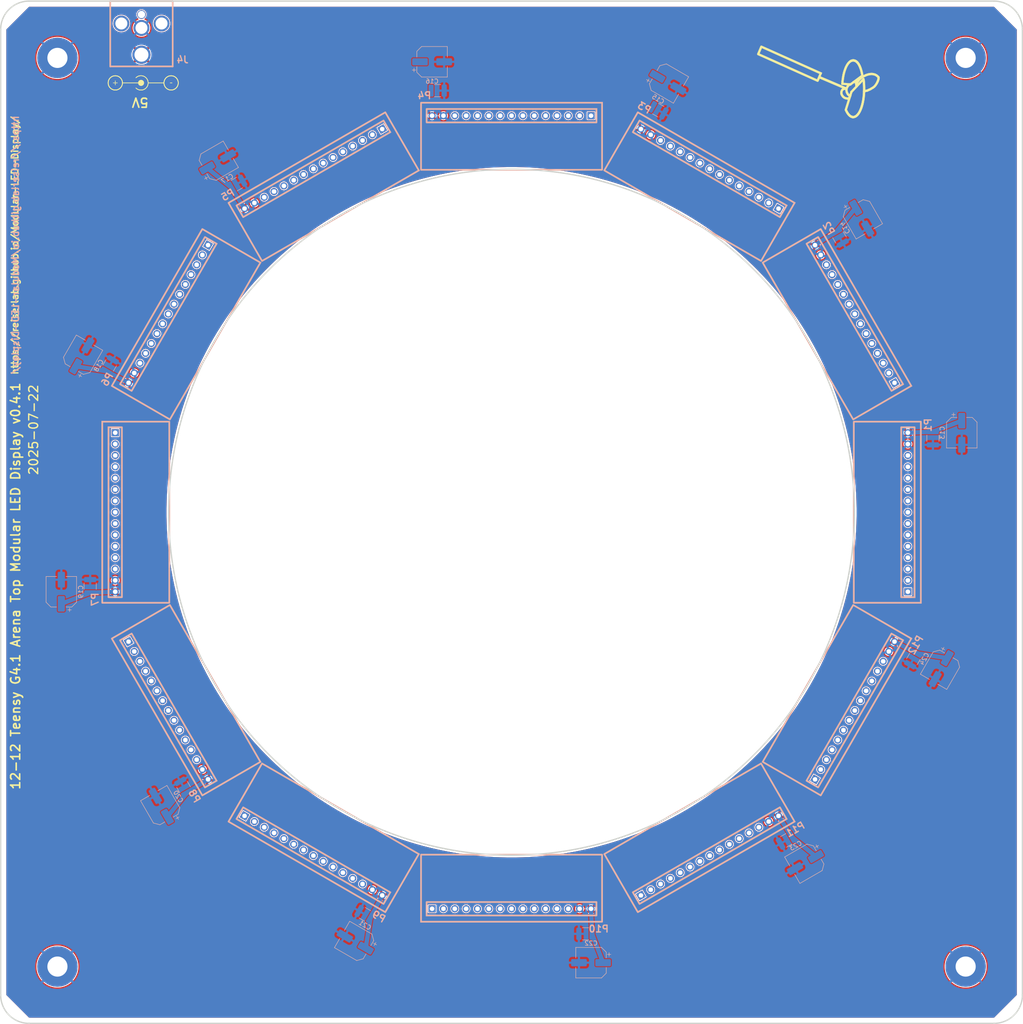
<source format=kicad_pcb>
(kicad_pcb (version 20241229) (generator "pcbnew") (generator_version "9.0")
  (title_block (title "12-12 Teensy G4.1 Arena Top Modular LED Display") (date "2025-07-22") (rev "v0.4.1") (company "IORodeo for Reiserlab @ Janelia"))
  (layers (0 "F.Cu" signal) (2 "B.Cu" signal) (13 "F.Paste" user) (15 "B.Paste" user) (5 "F.SilkS" user "F.Silkscreen") (7 "B.SilkS" user "B.Silkscreen") (1 "F.Mask" user) (3 "B.Mask" user) (25 "Edge.Cuts" user))
  (property "URL" "")
  (net 0 "")
  (net 1 "+5V")
  (net 15 "GND")
  (footprint "MountingHole:MountingHole_4.5mm_Pad" (layer "F.Cu") (at 76.2 76.2)
    (property "Reference" "H1" (hide yes))
    (property "Value" "MountingHole_Pad" (hide yes))
  )
  (footprint "MountingHole:MountingHole_4.5mm_Pad" (layer "F.Cu") (at 279.4 279.4)
    (property "Reference" "H3" (hide yes))
    (property "Value" "MountingHole_Pad" (hide yes))
  )
  (footprint "MountingHole:MountingHole_4.5mm_Pad" (layer "F.Cu") (at 76.2 279.4)
    (property "Reference" "H4" (hide yes))
    (property "Value" "MountingHole_Pad" (hide yes))
  )
  (footprint "MountingHole:MountingHole_4.5mm_Pad" (layer "F.Cu") (at 279.4 76.2)
    (property "Reference" "H2" (hide yes))
    (property "Value" "MountingHole_Pad" (hide yes))
  )
  (footprint "Capacitor_SMD:CP_Elec_6.3x7.7" (layer "B.Cu") (at 160.02 77.070199)
    (property "Reference" "C16")
    (property "Value" "C_Polarized")
  )
  (footprint "Capacitor_SMD:C_1210_3225Metric" (layer "B.Cu") (at 210.617465 87.884082 -30)
    (property "Reference" "C3" (hide yes))
    (property "Value" "100uF" (hide yes))
  )
  (footprint "arena_custom:DCJACK_2PIN_HIGHCURRENT" (layer "B.Cu") (at 95 63.5028 180)
    (property "Reference" "J4")
    (property "Value" "Barrel_Jack" (hide yes))
  )
  (footprint "arena_custom:HEADER_TOP" (layer "B.Cu") (at 177.799999 266.474028)
    (property "Reference" "P10")
    (property "Value" "CONN15" (hide yes))
  )
  (footprint "arena_custom:HEADER_TOP" (layer "B.Cu") (at 254.593961 222.137014 60)
    (property "Reference" "P12")
    (property "Value" "CONN15" (hide yes))
  )
  (footprint "arena_custom:HEADER_TOP" (layer "B.Cu") (at 89.125971 177.8 -90)
    (property "Reference" "P7")
    (property "Value" "CONN15" (hide yes))
  )
  (footprint "Capacitor_SMD:CP_Elec_6.3x7.7" (layer "B.Cu") (at 273.924566 212.766968 -120)
    (property "Reference" "C24")
    (property "Value" "C_Polarized")
  )
  (footprint "Capacitor_SMD:C_1210_3225Metric" (layer "B.Cu") (at 161.2628 83.521799)
    (property "Reference" "C4" (hide yes))
    (property "Value" "100uF" (hide yes))
  )
  (footprint "Capacitor_SMD:C_1210_3225Metric" (layer "B.Cu") (at 267.715917 210.617465 -120)
    (property "Reference" "C12" (hide yes))
    (property "Value" "100uF" (hide yes))
  )
  (footprint "Capacitor_SMD:CP_Elec_6.3x7.7" (layer "B.Cu") (at 243.562832 256.144566 -150)
    (property "Reference" "C23")
    (property "Value" "C_Polarized")
  )
  (footprint "Capacitor_SMD:C_1210_3225Metric" (layer "B.Cu") (at 104.421282 239.260735 120)
    (property "Reference" "C8" (hide yes))
    (property "Value" "100uF" (hide yes))
  )
  (footprint "arena_custom:HEADER_TOP" (layer "B.Cu") (at 133.462985 254.593961 -30)
    (property "Reference" "P9")
    (property "Value" "CONN15" (hide yes))
  )
  (footprint "arena_custom:HEADER_TOP" (layer "B.Cu") (at 222.137014 254.593961 30)
    (property "Reference" "P11")
    (property "Value" "CONN15" (hide yes))
  )
  (footprint "Capacitor_SMD:CP_Elec_6.3x7.7" (layer "B.Cu") (at 77.070199 195.58 90)
    (property "Reference" "C19")
    (property "Value" "C_Polarized")
  )
  (footprint "Capacitor_SMD:CP_Elec_6.3x7.7" (layer "B.Cu") (at 142.833031 273.924566 150)
    (property "Reference" "C21")
    (property "Value" "C_Polarized")
  )
  (footprint "Capacitor_SMD:CP_Elec_6.3x7.7" (layer "B.Cu") (at 195.579999 278.5298 180)
    (property "Reference" "C22")
    (property "Value" "C_Polarized")
  )
  (footprint "Capacitor_SMD:C_1210_3225Metric" (layer "B.Cu") (at 116.339264 104.421282 30)
    (property "Reference" "C5" (hide yes))
    (property "Value" "100uF" (hide yes))
  )
  (footprint "arena_custom:HEADER_TOP" (layer "B.Cu") (at 133.462985 101.006038 -150)
    (property "Reference" "P5")
    (property "Value" "CONN15" (hide yes))
  )
  (footprint "Capacitor_SMD:C_1210_3225Metric" (layer "B.Cu") (at 239.260735 251.178717 -150)
    (property "Reference" "C11" (hide yes))
    (property "Value" "100uF" (hide yes))
  )
  (footprint "arena_custom:HEADER_TOP" (layer "B.Cu") (at 177.8 89.125971 180)
    (property "Reference" "P4")
    (property "Value" "CONN15" (hide yes))
  )
  (footprint "Capacitor_SMD:C_1210_3225Metric" (layer "B.Cu") (at 272.0782 161.2628 -90)
    (property "Reference" "C1" (hide yes))
    (property "Value" "100uF" (hide yes))
  )
  (footprint "Capacitor_SMD:C_1210_3225Metric" (layer "B.Cu") (at 251.178717 116.339264 -60)
    (property "Reference" "C2" (hide yes))
    (property "Value" "100uF" (hide yes))
  )
  (footprint "arena_custom:HEADER_TOP" (layer "B.Cu") (at 266.474028 177.8 90)
    (property "Reference" "P1")
    (property "Value" "CONN15" (hide yes))
  )
  (footprint "arena_custom:HEADER_TOP" (layer "B.Cu") (at 101.006038 133.462985 -120)
    (property "Reference" "P6")
    (property "Value" "CONN15" (hide yes))
  )
  (footprint "Capacitor_SMD:CP_Elec_6.3x7.7" (layer "B.Cu") (at 256.144566 112.037167 -60)
    (property "Reference" "C14")
    (property "Value" "C_Polarized")
  )
  (footprint "arena_custom:HEADER_TOP" (layer "B.Cu") (at 101.006038 222.137014 -60)
    (property "Reference" "P8")
    (property "Value" "CONN15" (hide yes))
  )
  (footprint "Capacitor_SMD:CP_Elec_6.3x7.7" (layer "B.Cu") (at 81.675433 142.833031 60)
    (property "Reference" "C18")
    (property "Value" "C_Polarized")
  )
  (footprint "Capacitor_SMD:CP_Elec_6.3x7.7" (layer "B.Cu") (at 112.037167 99.455433 30)
    (property "Reference" "C17")
    (property "Value" "C_Polarized")
  )
  (footprint "Capacitor_SMD:CP_Elec_6.3x7.7" (layer "B.Cu") (at 99.455433 243.562832 120)
    (property "Reference" "C20")
    (property "Value" "C_Polarized")
  )
  (footprint "Capacitor_SMD:C_1210_3225Metric" (layer "B.Cu") (at 87.884082 144.982534 60)
    (property "Reference" "C6" (hide yes))
    (property "Value" "100uF" (hide yes))
  )
  (footprint "arena_custom:HEADER_TOP" (layer "B.Cu") (at 254.593961 133.462985 120)
    (property "Reference" "P2")
    (property "Value" "CONN15" (hide yes))
  )
  (footprint "Capacitor_SMD:C_1210_3225Metric" (layer "B.Cu") (at 194.3372 272.0782 180)
    (property "Reference" "C10" (hide yes))
    (property "Value" "100uF" (hide yes))
  )
  (footprint "Capacitor_SMD:C_1210_3225Metric" (layer "B.Cu") (at 144.982534 267.715917 150)
    (property "Reference" "C9" (hide yes))
    (property "Value" "100uF" (hide yes))
  )
  (footprint "Capacitor_SMD:C_1210_3225Metric" (layer "B.Cu") (at 83.521799 194.3372 90)
    (property "Reference" "C7" (hide yes))
    (property "Value" "100uF" (hide yes))
  )
  (footprint "arena_custom:HEADER_TOP" (layer "B.Cu") (at 222.137014 101.006038 150)
    (property "Reference" "P3")
    (property "Value" "CONN15" (hide yes))
  )
  (footprint "Capacitor_SMD:CP_Elec_6.3x7.7" (layer "B.Cu") (at 212.766968 81.675433 -30)
    (property "Reference" "C15")
    (property "Value" "C_Polarized")
  )
  (footprint "Capacitor_SMD:CP_Elec_6.3x7.7" (layer "B.Cu") (at 278.5298 160.02 -90)
    (property "Reference" "C13")
    (property "Value" "C_Polarized")
  )
  (gr_line (start 95.842562 83.086632) (end 95.776476 83.132692) (stroke (width 0.15487)) (layer "F.SilkS"))
  (gr_line (start 87.581538 81.465651) (end 87.599381 81.388344) (stroke (width 0.179621)) (layer "F.SilkS"))
  (gr_line (start 87.866524 82.743765) (end 87.821974 82.681116) (stroke (width 0.179621)) (layer "F.SilkS"))
  (gr_line (start 252.745149 83.158866) (end 252.846682 82.811084) (stroke (width 0.514144)) (layer "F.SilkS"))
  (gr_line (start 103.135742 81.238271) (end 103.160864 81.312517) (stroke (width 0.179621)) (layer "F.SilkS"))
  (gr_line (start 100.806211 80.421118) (end 100.873127 80.382643) (stroke (width 0.179621)) (layer "F.SilkS"))
  (gr_line (start 254.751959 76.886737) (end 254.832186 76.932059) (stroke (width 0.514144)) (layer "F.SilkS"))
  (gr_line (start 90.726494 82.031034) (end 90.712442 82.109723) (stroke (width 0.179621)) (layer "F.SilkS"))
  (gr_line (start 253.201058 84.487587) (end 253.055121 84.332802) (stroke (width 0.514144)) (layer "F.SilkS"))
  (gr_line (start 95.708673 80.400338) (end 95.776476 80.442713) (stroke (width 0.15487)) (layer "F.SilkS"))
  (gr_line (start 102.817594 82.862096) (end 102.764685 82.917592) (stroke (width 0.179621)) (layer "F.SilkS"))
  (gr_line (start 103.001368 82.616268) (end 102.959805 82.681101) (stroke (width 0.179621)) (layer "F.SilkS"))
  (gr_line (start 95.121607 80.19399) (end 95.197995 80.206887) (stroke (width 0.15487)) (layer "F.SilkS"))
  (gr_line (start 252.707264 88.059074) (end 252.792607 88.226355) (stroke (width 0.514144)) (layer "F.SilkS"))
  (gr_line (start 100.401759 82.804129) (end 100.354322 82.743765) (stroke (width 0.179621)) (layer "F.SilkS"))
  (gr_line (start 255.278026 77.343544) (end 255.346418 77.434821) (stroke (width 0.514144)) (layer "F.SilkS"))
  (gr_line (start 254.88994 81.956723) (end 255.36423 81.335224) (stroke (width 0.514144)) (layer "F.SilkS"))
  (gr_line (start 254.006568 89.40495) (end 254.063107 89.416693) (stroke (width 0.514144)) (layer "F.SilkS"))
  (gr_line (start 253.168768 77.367627) (end 253.366821 77.154429) (stroke (width 0.514144)) (layer "F.SilkS"))
  (gr_line (start 256.126945 79.349167) (end 256.211541 79.714153) (stroke (width 0.514144)) (layer "F.SilkS"))
  (gr_line (start 256.610532 81.473064) (end 256.581974 81.216356) (stroke (width 0.514144)) (layer "F.SilkS"))
  (gr_line (start 90.742826 81.869915) (end 90.736656 81.951064) (stroke (width 0.179621)) (layer "F.SilkS"))
  (gr_line (start 102.528198 83.112714) (end 102.463365 83.154278) (stroke (width 0.179621)) (layer "F.SilkS"))
  (gr_line (start 88.903643 83.367207) (end 88.824955 83.353155) (stroke (width 0.179621)) (layer "F.SilkS"))
  (gr_line (start 255.478139 77.636285) (end 255.541468 77.746351) (stroke (width 0.514144)) (layer "F.SilkS"))
  (gr_line (start 254.121027 76.766337) (end 254.235015 76.759866) (stroke (width 0.514144)) (layer "F.SilkS"))
  (gr_line (start 253.568776 84.683342) (end 253.389552 84.621868) (stroke (width 0.514144)) (layer "F.SilkS"))
  (gr_line (start 90.329796 80.713291) (end 90.380019 80.77127) (stroke (width 0.179621)) (layer "F.SilkS"))
  (gr_line (start 88.385329 80.382643) (end 88.454228 80.347355) (stroke (width 0.179621)) (layer "F.SilkS"))
  (gr_line (start 90.744906 81.787686) (end 90.742826 81.869915) (stroke (width 0.179621)) (layer "F.SilkS"))
  (gr_line (start 252.619628 85.238463) (end 252.334113 85.137051) (stroke (width 0.514144)) (layer "F.SilkS"))
  (gr_line (start 87.567486 81.54434) (end 87.581538 81.465651) (stroke (width 0.179621)) (layer "F.SilkS"))
  (gr_line (start 88.318413 83.154286) (end 88.253581 83.112723) (stroke (width 0.179621)) (layer "F.SilkS"))
  (gr_line (start 101.471411 80.198036) (end 101.55256 80.191866) (stroke (width 0.179621)) (layer "F.SilkS"))
  (gr_line (start 100.194444 81.094927) (end 100.229732 81.026029) (stroke (width 0.179621)) (layer "F.SilkS"))
  (gr_line (start 96.086199 82.86627) (end 96.029086 82.926344) (stroke (width 0.15487)) (layer "F.SilkS"))
  (gr_line (start 256.498768 85.562187) (end 256.542752 85.274453) (stroke (width 0.514144)) (layer "F.SilkS"))
  (gr_line (start 89.839752 80.347355) (end 89.908651 80.382643) (stroke (width 0.179621)) (layer "F.SilkS"))
  (gr_line (start 252.096227 79.908031) (end 252.209505 79.447517) (stroke (width 0.514144)) (layer "F.SilkS"))
  (gr_line (start 88.824955 80.22225) (end 88.903643 80.208198) (stroke (width 0.179621)) (layer "F.SilkS"))
  (gr_line (start 254.936303 81.581314) (end 255.149848 81.616142) (stroke (width 0.514144)) (layer "F.SilkS"))
  (gr_line (start 100.560386 80.604889) (end 100.618366 80.554666) (stroke (width 0.179621)) (layer "F.SilkS"))
  (gr_line (start 87.674647 82.409683) (end 87.646036 82.337118) (stroke (width 0.179621)) (layer "F.SilkS"))
  (gr_line (start 255.004947 82.561612) (end 254.88994 81.956723) (stroke (width 0.514144)) (layer "F.SilkS"))
  (gr_line (start 95.423153 83.30772) (end 95.348911 83.331671) (stroke (width 0.15487)) (layer "F.SilkS"))
  (gr_line (start 255.063197 81.879162) (end 255.097867 81.791672) (stroke (width 0.514144)) (layer "F.SilkS"))
  (gr_line (start 253.573375 76.984955) (end 253.679557 76.917271) (stroke (width 0.514144)) (layer "F.SilkS"))
  (gr_line (start 255.191303 88.934018) (end 255.300145 88.807136) (stroke (width 0.514144)) (layer "F.SilkS"))
  (gr_line (start 100.055284 82.031041) (end 100.045122 81.95107) (stroke (width 0.179621)) (layer "F.SilkS"))
  (gr_line (start 90.647944 81.238271) (end 90.673066 81.312517) (stroke (width 0.179621)) (layer "F.SilkS"))
  (gr_line (start 101.717017 80.191866) (end 101.798166 80.198036) (stroke (width 0.179621)) (layer "F.SilkS"))
  (gr_line (start 102.915254 82.743751) (end 102.867817 82.804116) (stroke (width 0.179621)) (layer "F.SilkS"))
  (gr_line (start 254.234763 89.43192) (end 254.361233 89.423675) (stroke (width 0.514144)) (layer "F.SilkS"))
  (gr_line (start 254.361233 89.423675) (end 254.486039 89.399209) (stroke (width 0.514144)) (layer "F.SilkS"))
  (gr_line (start 256.053633 87.356131) (end 256.13085 87.126231) (stroke (width 0.514144)) (layer "F.SilkS"))
  (gr_line (start 96.49336 81.633352) (end 96.498887 81.710456) (stroke (width 0.15487)) (layer "F.SilkS"))
  (gr_line (start 90.51357 80.959113) (end 90.552046 81.026029) (stroke (width 0.179621)) (layer "F.SilkS"))
  (gr_line (start 96.498887 81.710456) (end 96.50073 81.787703) (stroke (width 0.15487)) (layer "F.SilkS"))
  (gr_line (start 94.242676 81.787686) (end 90.817917 81.787686) (stroke (width 0.168772)) (layer "F.SilkS"))
  (gr_line (start 102.463365 83.154278) (end 102.396449 83.192755) (stroke (width 0.179621)) (layer "F.SilkS"))
  (gr_line (start 254.586424 76.816575) (end 254.670039 76.848223) (stroke (width 0.514144)) (layer "F.SilkS"))
  (gr_line (start 103.107131 82.40967) (end 103.075132 82.480452) (stroke (width 0.179621)) (layer "F.SilkS"))
  (gr_line (start 255.097867 81.791672) (end 255.149848 81.616142) (stroke (width 0.514144)) (layer "F.SilkS"))
  (gr_line (start 254.832186 76.932059) (end 254.910721 76.984126) (stroke (width 0.514144)) (layer "F.SilkS"))
  (gr_line (start 89.064762 83.383539) (end 88.983613 83.377369) (stroke (width 0.179621)) (layer "F.SilkS"))
  (gr_line (start 90.736656 81.951064) (end 90.726494 82.031034) (stroke (width 0.179621)) (layer "F.SilkS"))
  (gr_line (start 90.587334 81.094927) (end 90.619333 81.165708) (stroke (width 0.179621)) (layer "F.SilkS"))
  (gr_line (start 102.256769 80.315356) (end 102.32755 80.347355) (stroke (width 0.179621)) (layer "F.SilkS"))
  (gr_line (start 255.886058 78.533617) (end 255.937597 78.685409) (stroke (width 0.514144)) (layer "F.SilkS"))
  (gr_line (start 94.736089 83.390627) (end 94.659272 83.381415) (stroke (width 0.15487)) (layer "F.SilkS"))
  (gr_line (start 252.209505 79.447517) (end 252.337602 79.01604) (stroke (width 0.514144)) (layer "F.SilkS"))
  (gr_line (start 95.044789 80.184778) (end 95.121607 80.19399) (stroke (width 0.15487)) (layer "F.SilkS"))
  (gr_line (start 100.133834 82.337118) (end 100.108712 82.262871) (stroke (width 0.179621)) (layer "F.SilkS"))
  (gr_line (start 256.395325 86.116053) (end 256.449574 85.842853) (stroke (width 0.514144)) (layer "F.SilkS"))
  (gr_line (start 96.351499 81.109652) (end 96.382819 81.181747) (stroke (width 0.15487)) (layer "F.SilkS"))
  (gr_line (start 96.498887 81.86495) (end 96.49336 81.942054) (stroke (width 0.15487)) (layer "F.SilkS"))
  (gr_line (start 96.189371 80.835581) (end 96.23543 80.901666) (stroke (width 0.15487)) (layer "F.SilkS"))
  (gr_line (start 254.965543 89.147073) (end 255.079717 89.047463) (stroke (width 0.514144)) (layer "F.SilkS"))
  (gr_line (start 96.484148 82.018871) (end 96.471252 82.09526) (stroke (width 0.15487)) (layer "F.SilkS"))
  (gr_line (start 90.742826 81.705458) (end 90.744906 81.787686) (stroke (width 0.179621)) (layer "F.SilkS"))
  (gr_line (start 254.177219 89.430215) (end 254.234763 89.43192) (stroke (width 0.514144)) (layer "F.SilkS"))
  (gr_line (start 254.235015 76.759866) (end 254.325411 76.763441) (stroke (width 0.514144)) (layer "F.SilkS"))
  (gr_line (start 255.062715 77.108259) (end 255.136175 77.180203) (stroke (width 0.514144)) (layer "F.SilkS"))
  (gr_line (start 96.454671 81.40433) (end 96.471252 81.480146) (stroke (width 0.15487)) (layer "F.SilkS"))
  (gr_line (start 88.017093 80.657797) (end 88.072588 80.604889) (stroke (width 0.179621)) (layer "F.SilkS"))
  (gr_line (start 254.980877 82.202116) (end 254.982787 82.188752) (stroke (width 0.514144)) (layer "F.SilkS"))
  (gr_line (start 252.979735 85.300139) (end 252.619628 85.238463) (stroke (width 0.514144)) (layer "F.SilkS"))
  (gr_line (start 88.597573 83.288659) (end 88.52501 83.260048) (stroke (width 0.179621)) (layer "F.SilkS"))
  (gr_line (start 103.135742 82.337105) (end 103.107131 82.40967) (stroke (width 0.179621)) (layer "F.SilkS"))
  (gr_line (start 253.568776 84.683342) (end 253.330451 85.199455) (stroke (width 0.514144)) (layer "F.SilkS"))
  (gr_line (start 251.706046 84.476022) (end 251.615916 84.247664) (stroke (width 0.514144)) (layer "F.SilkS"))
  (gr_line (start 103.200239 82.109723) (end 103.182397 82.187031) (stroke (width 0.179621)) (layer "F.SilkS"))
  (gr_line (start 89.064762 80.191866) (end 89.14699 80.189787) (stroke (width 0.179621)) (layer "F.SilkS"))
  (gr_line (start 87.706646 81.094927) (end 87.741934 81.026029) (stroke (width 0.179621)) (layer "F.SilkS"))
  (gr_line (start 96.029086 80.649061) (end 96.086199 80.709136) (stroke (width 0.15487)) (layer "F.SilkS"))
  (gr_line (start 94.072206 83.175067) (end 94.004403 83.132692) (stroke (width 0.15487)) (layer "F.SilkS"))
  (gr_line (start 257.776502 79.856604) (end 258.143428 79.801214) (stroke (width 0.514144)) (layer "F.SilkS"))
  (gr_line (start 94.431968 83.331671) (end 94.357726 83.30772) (stroke (width 0.15487)) (layer "F.SilkS"))
  (gr_line (start 102.034132 83.335311) (end 101.956824 83.353154) (stroke (width 0.179621)) (layer "F.SilkS"))
  (gr_line (start 254.008374 76.785575) (end 254.121027 76.766337) (stroke (width 0.514144)) (layer "F.SilkS"))
  (gr_line (start 100.504891 80.657797) (end 100.560386 80.604889) (stroke (width 0.179621)) (layer "F.SilkS"))
  (gr_line (start 258.955367 82.627557) (end 258.65461 82.854604) (stroke (width 0.514144)) (layer "F.SilkS"))
  (gr_line (start 95.776476 80.442713) (end 95.842562 80.488773) (stroke (width 0.15487)) (layer "F.SilkS"))
  (gr_line (start 94.659272 80.19399) (end 94.736089 80.184778) (stroke (width 0.15487)) (layer "F.SilkS"))
  (gr_line (start 101.956824 80.22225) (end 102.034132 80.240092) (stroke (width 0.179621)) (layer "F.SilkS"))
  (gr_line (start 259.925168 80.667401) (end 259.88186 80.992598) (stroke (width 0.514144)) (layer "F.SilkS"))
  (gr_line (start 259.72169 80.336422) (end 259.898368 80.517697) (stroke (width 0.514144)) (layer "F.SilkS"))
  (gr_line (start 88.318413 80.421118) (end 88.385329 80.382643) (stroke (width 0.179621)) (layer "F.SilkS"))
  (gr_line (start 94.659272 83.381415) (end 94.582884 83.368518) (stroke (width 0.15487)) (layer "F.SilkS"))
  (gr_line (start 90.380019 82.804116) (end 90.329796 82.862096) (stroke (width 0.179621)) (layer "F.SilkS"))
  (gr_line (start 101.012807 80.315356) (end 101.085371 80.286746) (stroke (width 0.179621)) (layer "F.SilkS"))
  (gr_line (start 102.817594 80.713291) (end 102.867817 80.77127) (stroke (width 0.179621)) (layer "F.SilkS"))
  (gr_line (start 251.901095 84.782901) (end 251.706046 84.476022) (stroke (width 0.514144)) (layer "F.SilkS"))
  (gr_line (start 103.232703 81.787686) (end 103.230624 81.869915) (stroke (width 0.179621)) (layer "F.SilkS"))
  (gr_line (start 256.449574 85.842853) (end 256.498768 85.562187) (stroke (width 0.514144)) (layer "F.SilkS"))
  (gr_line (start 101.012807 83.260048) (end 100.942026 83.228049) (stroke (width 0.179621)) (layer "F.SilkS"))
  (gr_line (start 255.603112 77.862559) (end 255.66307 77.984848) (stroke (width 0.514144)) (layer "F.SilkS"))
  (gr_line (start 255.833575 80.825176) (end 256.07449 80.614733) (stroke (width 0.514144)) (layer "F.SilkS"))
  (gr_line (start 88.983613 80.198036) (end 89.064762 80.191866) (stroke (width 0.179621)) (layer "F.SilkS"))
  (gr_line (start 87.821974 80.894282) (end 87.866524 80.831634) (stroke (width 0.179621)) (layer "F.SilkS"))
  (gr_line (start 93.811868 80.591947) (end 93.874091 80.538518) (stroke (width 0.15487)) (layer "F.SilkS"))
  (gr_line (start 95.906788 80.538518) (end 95.96901 80.591947) (stroke (width 0.15487)) (layer "F.SilkS"))
  (gr_line (start 95.121607 83.381415) (end 95.04479 83.390627) (stroke (width 0.15487)) (layer "F.SilkS"))
  (gr_line (start 88.597573 80.286746) (end 88.671819 80.261624) (stroke (width 0.179621)) (layer "F.SilkS"))
  (gr_line (start 89.696407 83.288655) (end 89.622161 83.313778) (stroke (width 0.179621)) (layer "F.SilkS"))
  (gr_line (start 94.072205 80.400338) (end 94.141582 80.361648) (stroke (width 0.15487)) (layer "F.SilkS"))
  (gr_poly (pts (xy 233.689051 73.692292) (xy 246.988669 79.646922) (xy 246.280092 81.308769) (xy 232.980474 75.354138)) (stroke (width 0.514144)) (fill no) (layer "F.SilkS"))
  (gr_line (start 96.382819 82.393658) (end 96.351499 82.465754) (stroke (width 0.15487)) (layer "F.SilkS"))
  (gr_line (start 90.427456 80.831634) (end 90.472007 80.894282) (stroke (width 0.179621)) (layer "F.SilkS"))
  (gr_line (start 102.396449 83.192755) (end 102.32755 83.228044) (stroke (width 0.179621)) (layer "F.SilkS"))
  (gr_line (start 87.964184 82.862109) (end 87.913961 82.804129) (stroke (width 0.179621)) (layer "F.SilkS"))
  (gr_line (start 93.811868 82.983458) (end 93.751792 82.926344) (stroke (width 0.15487)) (layer "F.SilkS"))
  (gr_line (start 95.96901 82.983458) (end 95.906788 83.036888) (stroke (width 0.15487)) (layer "F.SilkS"))
  (gr_line (start 256.641902 84.372824) (end 256.663503 84.060799) (stroke (width 0.514144)) (layer "F.SilkS"))
  (gr_line (start 101.312753 83.353155) (end 101.235444 83.335313) (stroke (width 0.179621)) (layer "F.SilkS"))
  (gr_line (start 252.337602 79.01604) (end 252.479614 78.615696) (stroke (width 0.514144)) (layer "F.SilkS"))
  (gr_line (start 90.619333 81.165708) (end 90.647944 81.238271) (stroke (width 0.179621)) (layer "F.SilkS"))
  (gr_line (start 88.130568 83.020736) (end 88.072588 82.970513) (stroke (width 0.179621)) (layer "F.SilkS"))
  (gr_line (start 89.908651 83.192755) (end 89.839752 83.228044) (stroke (width 0.179621)) (layer "F.SilkS"))
  (gr_line (start 100.354322 82.743765) (end 100.309771 82.681116) (stroke (width 0.179621)) (layer "F.SilkS"))
  (gr_line (start 252.580092 87.824001) (end 252.624902 87.882548) (stroke (width 0.514144)) (layer "F.SilkS"))
  (gr_line (start 102.109959 80.261624) (end 102.184205 80.286746) (stroke (width 0.179621)) (layer "F.SilkS"))
  (gr_line (start 90.619333 82.40967) (end 90.587334 82.480452) (stroke (width 0.179621)) (layer "F.SilkS"))
  (gr_line (start 100.451982 80.713291) (end 100.504891 80.657797) (stroke (width 0.179621)) (layer "F.SilkS"))
  (gr_line (start 95.639297 83.213758) (end 95.568489 83.248763) (stroke (width 0.15487)) (layer "F.SilkS"))
  (gr_line (start 253.344445 82.172428) (end 253.372692 82.12807) (stroke (width 0.514144)) (layer "F.SilkS"))
  (gr_line (start 252.908719 84.084789) (end 252.794068 83.836328) (stroke (width 0.514144)) (layer "F.SilkS"))
  (gr_line (start 100.67873 80.50723) (end 100.741378 80.46268) (stroke (width 0.179621)) (layer "F.SilkS"))
  (gr_line (start 102.764685 82.917592) (end 102.70919 82.970502) (stroke (width 0.179621)) (layer "F.SilkS"))
  (gr_line (start 95.906788 83.036888) (end 95.842562 83.086632) (stroke (width 0.15487)) (layer "F.SilkS"))
  (gr_line (start 87.567486 82.031041) (end 87.557324 81.95107) (stroke (width 0.179621)) (layer "F.SilkS"))
  (gr_line (start 88.190932 80.50723) (end 88.253581 80.46268) (stroke (width 0.179621)) (layer "F.SilkS"))
  (gr_line (start 90.380019 80.77127) (end 90.427456 80.831634) (stroke (width 0.179621)) (layer "F.SilkS"))
  (gr_line (start 102.867817 82.804116) (end 102.817594 82.862096) (stroke (width 0.179621)) (layer "F.SilkS"))
  (gr_line (start 100.942026 83.228049) (end 100.873127 83.192761) (stroke (width 0.179621)) (layer "F.SilkS"))
  (gr_line (start 259.456946 80.118536) (end 259.72169 80.336422) (stroke (width 0.514144)) (layer "F.SilkS"))
  (gr_line (start 100.401759 80.77127) (end 100.451982 80.713291) (stroke (width 0.179621)) (layer "F.SilkS"))
  (gr_line (start 87.646036 81.238271) (end 87.674647 81.165708) (stroke (width 0.179621)) (layer "F.SilkS"))
  (gr_line (start 94.507068 80.223468) (end 94.582883 80.206887) (stroke (width 0.15487)) (layer "F.SilkS"))
  (gr_line (start 88.903643 80.208198) (end 88.983613 80.198036) (stroke (width 0.179621)) (layer "F.SilkS"))
  (gr_line (start 254.968217 82.368427) (end 254.973825 82.28596) (stroke (width 0.514144)) (layer "F.SilkS"))
  (gr_poly (pts (xy 89.078593 81.853638) (xy 88.629465 81.853638) (xy 88.629465 81.721799) (xy 89.078593 81.721799) (xy 89.078593 81.272666) (xy 89.215391 81.272666) (xy 89.215391 81.721799) (xy 89.664517 81.721799) (xy 89.664517 81.853638) (xy 89.215391 81.853638) (xy 89.215391 82.302771) (xy 89.078593 82.302771)) (fill yes) (layer "F.SilkS"))
  (gr_line (start 102.70919 82.970502) (end 102.651211 83.020726) (stroke (width 0.179621)) (layer "F.SilkS"))
  (gr_line (start 103.182397 82.187031) (end 103.160864 82.262859) (stroke (width 0.179621)) (layer "F.SilkS"))
  (gr_line (start 256.874789 80.168502) (end 257.100726 80.06007) (stroke (width 0.514144)) (layer "F.SilkS"))
  (gr_line (start 101.55256 80.191866) (end 101.634788 80.189787) (stroke (width 0.179621)) (layer "F.SilkS"))
  (gr_line (start 100.055284 81.54434) (end 100.069337 81.465651) (stroke (width 0.179621)) (layer "F.SilkS"))
  (gr_line (start 255.797816 87.98511) (end 255.886962 87.785968) (stroke (width 0.514144)) (layer "F.SilkS"))
  (gr_line (start 102.590846 80.50723) (end 102.651211 80.554666) (stroke (width 0.179621)) (layer "F.SilkS"))
  (gr_poly (pts (xy 246.873984 80.574988) (xy 252.49223 82.962519) (xy 252.474799 83.003556) (xy 246.856554 80.616024)) (stroke (width 0.514144)) (fill no) (layer "F.SilkS"))
  (gr_line (start 256.679124 83.743696) (end 256.68861 83.421913) (stroke (width 0.514144)) (layer "F.SilkS"))
  (gr_line (start 93.751792 80.649061) (end 93.811868 80.591947) (stroke (width 0.15487)) (layer "F.SilkS"))
  (gr_line (start 252.479614 78.615696) (end 252.634639 78.248584) (stroke (width 0.514144)) (layer "F.SilkS"))
  (gr_line (start 103.182397 81.388344) (end 103.200239 81.465651) (stroke (width 0.179621)) (layer "F.SilkS"))
  (gr_line (start 87.557324 81.95107) (end 87.551154 81.869918) (stroke (width 0.179621)) (layer "F.SilkS"))
  (gr_line (start 258.437888 79.790373) (end 258.773953 79.846174) (stroke (width 0.514144)) (layer "F.SilkS"))
  (gr_line (start 256.542752 85.274453) (end 256.581372 84.98005) (stroke (width 0.514144)) (layer "F.SilkS"))
  (gr_line (start 88.671819 80.261624) (end 88.747646 80.240092) (stroke (width 0.179621)) (layer "F.SilkS"))
  (gr_line (start 99.975145 81.787686) (end 96.550387 81.787686) (stroke (width 0.168772)) (layer "F.SilkS"))
  (gr_line (start 90.221392 80.604889) (end 90.276887 80.657797) (stroke (width 0.179621)) (layer "F.SilkS"))
  (gr_line (start 88.671819 83.313781) (end 88.597573 83.288659) (stroke (width 0.179621)) (layer "F.SilkS"))
  (gr_line (start 259.88186 80.992598) (end 259.768065 81.348094) (stroke (width 0.514144)) (layer "F.SilkS"))
  (gr_line (start 90.726494 81.54434) (end 90.736656 81.624309) (stroke (width 0.179621)) (layer "F.SilkS"))
  (gr_line (start 101.798166 83.377369) (end 101.717017 83.383539) (stroke (width 0.179621)) (layer "F.SilkS"))
  (gr_line (start 101.159617 83.313781) (end 101.085371 83.288659) (stroke (width 0.179621)) (layer "F.SilkS"))
  (gr_line (start 259.898368 80.517697) (end 259.925168 80.667401) (stroke (width 0.514144)) (layer "F.SilkS"))
  (gr_line (start 94.21239 80.326642) (end 94.284485 80.295322) (stroke (width 0.15487)) (layer "F.SilkS"))
  (gr_line (start 251.998669 80.395481) (end 252.096227 79.908031) (stroke (width 0.514144)) (layer "F.SilkS"))
  (gr_line (start 103.039844 82.549352) (end 103.001368 82.616268) (stroke (width 0.179621)) (layer "F.SilkS"))
  (gr_line (start 252.334113 85.137051) (end 252.098681 84.975552) (stroke (width 0.514144)) (layer "F.SilkS"))
  (gr_line (start 254.848933 89.232451) (end 254.965543 89.147073) (stroke (width 0.514144)) (layer "F.SilkS"))
  (gr_line (start 253.841094 83.805115) (end 252.580092 87.824001) (stroke (width 0.514144)) (layer "F.SilkS"))
  (gr_line (start 100.087179 82.187042) (end 100.069337 82.109732) (stroke (width 0.179621)) (layer "F.SilkS"))
  (gr_line (start 100.194444 82.480466) (end 100.162445 82.409683) (stroke (width 0.179621)) (layer "F.SilkS"))
  (gr_line (start 89.14699 83.385619) (end 89.064762 83.383539) (stroke (width 0.179621)) (layer "F.SilkS"))
  (gr_line (start 103.214292 82.031034) (end 103.200239 82.109723) (stroke (width 0.179621)) (layer "F.SilkS"))
  (gr_line (start 100.618366 83.020736) (end 100.560386 82.970513) (stroke (width 0.179621)) (layer "F.SilkS"))
  (gr_line (start 100.038952 81.869918) (end 100.036873 81.787686) (stroke (width 0.179621)) (layer "F.SilkS"))
  (gr_line (start 100.942026 80.347355) (end 101.012807 80.315356) (stroke (width 0.179621)) (layer "F.SilkS"))
  (gr_line (start 96.189371 82.739824) (end 96.139628 82.804049) (stroke (width 0.15487)) (layer "F.SilkS"))
  (gr_line (start 95.348911 80.243735) (end 95.423153 80.267686) (stroke (width 0.15487)) (layer "F.SilkS"))
  (gr_line (start 100.354322 80.831634) (end 100.401759 80.77127) (stroke (width 0.179621)) (layer "F.SilkS"))
  (gr_line (start 100.873127 83.192761) (end 100.806211 83.154286) (stroke (width 0.179621)) (layer "F.SilkS"))
  (gr_line (start 100.309771 80.894282) (end 100.354322 80.831634) (stroke (width 0.179621)) (layer "F.SilkS"))
  (gr_line (start 90.163412 83.020726) (end 90.103048 83.068163) (stroke (width 0.179621)) (layer "F.SilkS"))
  (gr_line (start 259.108666 79.927544) (end 259.456946 80.118536) (stroke (width 0.514144)) (layer "F.SilkS"))
  (gr_line (start 102.764685 80.657797) (end 102.817594 80.713291) (stroke (width 0.179621)) (layer "F.SilkS"))
  (gr_line (start 88.824955 83.353155) (end 88.747646 83.335313) (stroke (width 0.179621)) (layer "F.SilkS"))
  (gr_line (start 253.259934 88.913733) (end 253.360701 89.019333) (stroke (width 0.514144)) (layer "F.SilkS"))
  (gr_line (start 100.229732 81.026029) (end 100.268208 80.959113) (stroke (width 0.179621)) (layer "F.SilkS"))
  (gr_line (start 93.874091 80.538518) (end 93.938317 80.488773) (stroke (width 0.15487)) (layer "F.SilkS"))
  (gr_line (start 255.777931 78.247431) (end 255.832836 78.387604) (stroke (width 0.514144)) (layer "F.SilkS"))
  (gr_line (start 254.978624 82.225119) (end 254.980877 82.202116) (stroke (width 0.514144)) (layer "F.SilkS"))
  (gr_line (start 252.605399 83.108125) (end 252.605399 83.082556) (stroke (width 0.514144)) (layer "F.SilkS"))
  (gr_line (start 252.846682 82.811084) (end 253.066798 82.474847) (stroke (width 0.514144)) (layer "F.SilkS"))
  (gr_line (start 101.878135 80.208198) (end 101.956824 80.22225) (stroke (width 0.179621)) (layer "F.SilkS"))
  (gr_line (start 251.854325 81.442799) (end 251.917734 80.90777) (stroke (width 0.514144)) (layer "F.SilkS"))
  (gr_poly (pts (xy 101.377672 81.713143) (xy 101.891903 81.713143) (xy 101.891903 81.862294) (xy 101.377672 81.862294)) (fill yes) (layer "F.SilkS"))
  (gr_line (start 100.873127 80.382643) (end 100.942026 80.347355) (stroke (width 0.179621)) (layer "F.SilkS"))
  (gr_line (start 90.103048 83.068163) (end 90.040399 83.112714) (stroke (width 0.179621)) (layer "F.SilkS"))
  (gr_line (start 252.980119 77.622451) (end 253.168768 77.367627) (stroke (width 0.514144)) (layer "F.SilkS"))
  (gr_line (start 252.880814 88.384095) (end 252.971767 88.531998) (stroke (width 0.514144)) (layer "F.SilkS"))
  (gr_line (start 90.276887 80.657797) (end 90.329796 80.713291) (stroke (width 0.179621)) (layer "F.SilkS"))
  (gr_line (start 90.587334 82.480452) (end 90.552046 82.549352) (stroke (width 0.179621)) (layer "F.SilkS"))
  (gr_line (start 87.599381 82.187042) (end 87.581538 82.109732) (stroke (width 0.179621)) (layer "F.SilkS"))
  (gr_line (start 253.161445 88.797113) (end 253.259934 88.913733) (stroke (width 0.514144)) (layer "F.SilkS"))
  (gr_line (start 88.130568 80.554666) (end 88.190932 80.50723) (stroke (width 0.179621)) (layer "F.SilkS"))
  (gr_line (start 103.107131 81.165708) (end 103.135742 81.238271) (stroke (width 0.179621)) (layer "F.SilkS"))
  (gr_line (start 102.651211 83.020726) (end 102.590846 83.068163) (stroke (width 0.179621)) (layer "F.SilkS"))
  (gr_line (start 254.119996 89.425128) (end 254.177219 89.430215) (stroke (width 0.514144)) (layer "F.SilkS"))
  (gr_line (start 96.277804 82.605937) (end 96.23543 82.673739) (stroke (width 0.15487)) (layer "F.SilkS"))
  (gr_line (start 96.484148 81.556534) (end 96.49336 81.633352) (stroke (width 0.15487)) (layer "F.SilkS"))
  (gr_line (start 255.705002 88.173204) (end 255.797816 87.98511) (stroke (width 0.514144)) (layer "F.SilkS"))
  (gr_line (start 252.098681 84.975552) (end 251.901095 84.782901) (stroke (width 0.514144)) (layer "F.SilkS"))
  (gr_line (start 87.706646 82.480466) (end 87.674647 82.409683) (stroke (width 0.179621)) (layer "F.SilkS"))
  (gr_line (start 95.776476 83.132692) (end 95.708673 83.175067) (stroke (width 0.15487)) (layer "F.SilkS"))
  (gr_line (start 255.300145 88.807136) (end 255.406091 88.667216) (stroke (width 0.514144)) (layer "F.SilkS"))
  (gr_line (start 96.410454 82.320418) (end 96.382819 82.393658) (stroke (width 0.15487)) (layer "F.SilkS"))
  (gr_line (start 89.546334 83.335311) (end 89.469026 83.353154) (stroke (width 0.179621)) (layer "F.SilkS"))
  (gr_line (start 95.197995 83.368518) (end 95.121607 83.381415) (stroke (width 0.15487)) (layer "F.SilkS"))
  (gr_line (start 254.486039 89.399209) (end 254.609027 89.358917) (stroke (width 0.514144)) (layer "F.SilkS"))
  (gr_line (start 101.235444 80.240092) (end 101.312753 80.22225) (stroke (width 0.179621)) (layer "F.SilkS"))
  (gr_line (start 255.832836 78.387604) (end 255.886058 78.533617) (stroke (width 0.514144)) (layer "F.SilkS"))
  (gr_line (start 95.04479 83.390627) (end 94.967686 83.396154) (stroke (width 0.15487)) (layer "F.SilkS"))
  (gr_line (start 253.784201 89.325617) (end 253.894598 89.371681) (stroke (width 0.514144)) (layer "F.SilkS"))
  (gr_line (start 90.472007 82.681101) (end 90.427456 82.743751) (stroke (width 0.179621)) (layer "F.SilkS"))
  (gr_line (start 96.471252 81.480146) (end 96.484148 81.556534) (stroke (width 0.15487)) (layer "F.SilkS"))
  (gr_line (start 101.956824 83.353154) (end 101.878135 83.367207) (stroke (width 0.179621)) (layer "F.SilkS"))
  (gr_line (start 89.14699 80.189787) (end 89.229218 80.191866) (stroke (width 0.179621)) (layer "F.SilkS"))
  (gr_line (start 101.878135 83.367207) (end 101.798166 83.377369) (stroke (width 0.179621)) (layer "F.SilkS"))
  (gr_line (start 89.975567 83.154278) (end 89.908651 83.192755) (stroke (width 0.179621)) (layer "F.SilkS"))
  (gr_line (start 103.230624 81.869915) (end 103.224454 81.951064) (stroke (width 0.179621)) (layer "F.SilkS"))
  (gr_line (start 88.385329 83.192761) (end 88.318413 83.154286) (stroke (width 0.179621)) (layer "F.SilkS"))
  (gr_line (start 90.040399 83.112714) (end 89.975567 83.154278) (stroke (width 0.179621)) (layer "F.SilkS"))
  (gr_line (start 256.211541 79.714153) (end 256.299143 80.148776) (stroke (width 0.514144)) (layer "F.SilkS"))
  (gr_line (start 255.608673 88.349852) (end 255.705002 88.173204) (stroke (width 0.514144)) (layer "F.SilkS"))
  (gr_line (start 254.670039 76.848223) (end 254.751959 76.886737) (stroke (width 0.514144)) (layer "F.SilkS"))
  (gr_line (start 102.034132 80.240092) (end 102.109959 80.261624) (stroke (width 0.179621)) (layer "F.SilkS"))
  (gr_line (start 96.23543 82.673739) (end 96.189371 82.739824) (stroke (width 0.15487)) (layer "F.SilkS"))
  (gr_line (start 253.366821 77.154429) (end 253.573375 76.984955) (stroke (width 0.514144)) (layer "F.SilkS"))
  (gr_line (start 89.908651 80.382643) (end 89.975567 80.421118) (stroke (width 0.179621)) (layer "F.SilkS"))
  (gr_line (start 102.528198 80.46268) (end 102.590846 80.50723) (stroke (width 0.179621)) (layer "F.SilkS"))
  (gr_line (start 87.78041 82.616283) (end 87.741934 82.549366) (stroke (width 0.179621)) (layer "F.SilkS"))
  (gr_line (start 254.982787 82.188752) (end 255.063197 81.879162) (stroke (width 0.514144)) (layer "F.SilkS"))
  (gr_line (start 101.391441 80.208198) (end 101.471411 80.198036) (stroke (width 0.179621)) (layer "F.SilkS"))
  (gr_line (start 100.036873 81.787686) (end 100.038952 81.705458) (stroke (width 0.179621)) (layer "F.SilkS"))
  (gr_line (start 255.972286 87.576175) (end 256.053633 87.356131) (stroke (width 0.514144)) (layer "F.SilkS"))
  (gr_line (start 96.351499 82.465754) (end 96.316494 82.536561) (stroke (width 0.15487)) (layer "F.SilkS"))
  (gr_line (start 94.357726 80.267686) (end 94.431967 80.243735) (stroke (width 0.15487)) (layer "F.SilkS"))
  (gr_line (start 96.471252 82.09526) (end 96.454671 82.171076) (stroke (width 0.15487)) (layer "F.SilkS"))
  (gr_line (start 102.70919 80.604889) (end 102.764685 80.657797) (stroke (width 0.179621)) (layer "F.SilkS"))
  (gr_line (start 256.272274 86.638462) (end 256.336173 86.381389) (stroke (width 0.514144)) (layer "F.SilkS"))
  (gr_line (start 90.736656 81.624309) (end 90.742826 81.705458) (stroke (width 0.179621)) (layer "F.SilkS"))
  (gr_line (start 251.580485 83.954265) (end 251.641486 83.657003) (stroke (width 0.514144)) (layer "F.SilkS"))
  (gr_line (start 102.959805 80.894282) (end 103.001368 80.959113) (stroke (width 0.179621)) (layer "F.SilkS"))
  (gr_line (start 87.620914 82.262871) (end 87.599381 82.187042) (stroke (width 0.179621)) (layer "F.SilkS"))
  (gr_line (start 256.13085 87.126231) (end 256.203781 86.886876) (stroke (width 0.514144)) (layer "F.SilkS"))
  (gr_line (start 95.496393 83.280084) (end 95.423153 83.30772) (stroke (width 0.15487)) (layer "F.SilkS"))
  (gr_line (start 87.549074 81.787686) (end 87.551154 81.705458) (stroke (width 0.179621)) (layer "F.SilkS"))
  (gr_line (start 89.469026 83.353154) (end 89.390337 83.367207) (stroke (width 0.179621)) (layer "F.SilkS"))
  (gr_line (start 100.133834 81.238271) (end 100.162445 81.165708) (stroke (width 0.179621)) (layer "F.SilkS"))
  (gr_line (start 94.967686 80.179251) (end 95.044789 80.184778) (stroke (width 0.15487)) (layer "F.SilkS"))
  (gr_line (start 93.938317 83.086632) (end 93.874091 83.036888) (stroke (width 0.15487)) (layer "F.SilkS"))
  (gr_line (start 255.721342 78.113159) (end 255.777931 78.247431) (stroke (width 0.514144)) (layer "F.SilkS"))
  (gr_line (start 256.387042 80.431636) (end 256.579345 80.320442) (stroke (width 0.514144)) (layer "F.SilkS"))
  (gr_line (start 102.256769 83.260044) (end 102.184205 83.288655) (stroke (width 0.179621)) (layer "F.SilkS"))
  (gr_line (start 255.541468 77.746351) (end 255.603112 77.862559) (stroke (width 0.514144)) (layer "F.SilkS"))
  (gr_line (start 87.581538 82.109732) (end 87.567486 82.031041) (stroke (width 0.179621)) (layer "F.SilkS"))
  (gr_line (start 251.615916 84.247664) (end 251.580485 83.954265) (stroke (width 0.514144)) (layer "F.SilkS"))
  (gr_line (start 102.651211 80.554666) (end 102.70919 80.604889) (stroke (width 0.179621)) (layer "F.SilkS"))
  (gr_line (start 102.463365 80.421118) (end 102.528198 80.46268) (stroke (width 0.179621)) (layer "F.SilkS"))
  (gr_line (start 90.276887 82.917592) (end 90.221392 82.970502) (stroke (width 0.179621)) (layer "F.SilkS"))
  (gr_line (start 253.06535 88.66977) (end 253.161445 88.797113) (stroke (width 0.514144)) (layer "F.SilkS"))
  (gr_line (start 256.68861 83.421913) (end 256.691806 83.095848) (stroke (width 0.514144)) (layer "F.SilkS"))
  (gr_line (start 88.52501 80.315356) (end 88.597573 80.286746) (stroke (width 0.179621)) (layer "F.SilkS"))
  (gr_line (start 96.277804 80.969468) (end 96.316494 81.038845) (stroke (width 0.15487)) (layer "F.SilkS"))
  (gr_line (start 255.346418 77.434821) (end 255.413122 77.532421) (stroke (width 0.514144)) (layer "F.SilkS"))
  (gr_line (start 256.671051 82.26839) (end 256.655167 81.999351) (stroke (width 0.514144)) (layer "F.SilkS"))
  (gr_line (start 258.143428 79.801214) (end 258.437888 79.790373) (stroke (width 0.514144)) (layer "F.SilkS"))
  (gr_line (start 102.32755 80.347355) (end 102.396449 80.382643) (stroke (width 0.179621)) (layer "F.SilkS"))
  (gr_line (start 94.21239 83.248763) (end 94.141582 83.213758) (stroke (width 0.15487)) (layer "F.SilkS"))
  (gr_line (start 259.628035 81.655472) (end 259.474351 81.949791) (stroke (width 0.514144)) (layer "F.SilkS"))
  (gr_line (start 253.463629 89.113617) (end 253.5686 89.196289) (stroke (width 0.514144)) (layer "F.SilkS"))
  (gr_line (start 100.087179 81.388344) (end 100.108712 81.312517) (stroke (width 0.179621)) (layer "F.SilkS"))
  (gr_line (start 251.949529 81.99266) (end 251.809344 81.99847) (stroke (width 0.514144)) (layer "F.SilkS"))
  (gr_line (start 95.348911 83.331671) (end 95.273811 83.351937) (stroke (width 0.15487)) (layer "F.SilkS"))
  (gr_line (start 253.679557 76.917271) (end 253.787526 76.861305) (stroke (width 0.514144)) (layer "F.SilkS"))
  (gr_line (start 100.451982 82.862109) (end 100.401759 82.804129) (stroke (width 0.179621)) (layer "F.SilkS"))
  (gr_line (start 89.310367 80.198036) (end 89.390337 80.208198) (stroke (width 0.179621)) (layer "F.SilkS"))
  (gr_line (start 96.410454 81.254987) (end 96.434405 81.329229) (stroke (width 0.15487)) (layer "F.SilkS"))
  (gr_line (start 87.551154 81.869918) (end 87.549074 81.787686) (stroke (width 0.179621)) (layer "F.SilkS"))
  (gr_line (start 88.017093 82.917604) (end 87.964184 82.862109) (stroke (width 0.179621)) (layer "F.SilkS"))
  (gr_line (start 96.382819 81.181747) (end 96.410454 81.254987) (stroke (width 0.15487)) (layer "F.SilkS"))
  (gr_line (start 90.552046 82.549352) (end 90.51357 82.616268) (stroke (width 0.179621)) (layer "F.SilkS"))
  (gr_line (start 255.406091 88.667216) (end 255.508985 88.514655) (stroke (width 0.514144)) (layer "F.SilkS"))
  (gr_line (start 257.711562 83.360622) (end 257.366582 83.518349) (stroke (width 0.514144)) (layer "F.SilkS"))
  (gr_line (start 89.546334 80.240092) (end 89.622161 80.261624) (stroke (width 0.179621)) (layer "F.SilkS"))
  (gr_line (start 253.675496 89.267055) (end 253.784201 89.325617) (stroke (width 0.514144)) (layer "F.SilkS"))
  (gr_line (start 90.673066 81.312517) (end 90.694599 81.388344) (stroke (width 0.179621)) (layer "F.SilkS"))
  (gr_line (start 95.842562 80.488773) (end 95.906788 80.538518) (stroke (width 0.15487)) (layer "F.SilkS"))
  (gr_line (start 95.568489 80.326642) (end 95.639296 80.361648) (stroke (width 0.15487)) (layer "F.SilkS"))
  (gr_line (start 256.691806 83.095848) (end 256.689467 82.816909) (stroke (width 0.514144)) (layer "F.SilkS"))
  (gr_line (start 102.915254 80.831634) (end 102.959805 80.894282) (stroke (width 0.179621)) (layer "F.SilkS"))
  (gr_line (start 102.184205 83.288655) (end 102.109959 83.313778) (stroke (width 0.179621)) (layer "F.SilkS"))
  (gr_line (start 257.417584 79.947794) (end 257.776502 79.856604) (stroke (width 0.514144)) (layer "F.SilkS"))
  (gr_line (start 103.224454 81.624309) (end 103.230624 81.705458) (stroke (width 0.179621)) (layer "F.SilkS"))
  (gr_line (start 101.471411 83.377369) (end 101.391441 83.367207) (stroke (width 0.179621)) (layer "F.SilkS"))
  (gr_line (start 95.273811 80.223468) (end 95.348911 80.243735) (stroke (width 0.15487)) (layer "F.SilkS"))
  (gr_line (start 103.075132 81.094927) (end 103.107131 81.165708) (stroke (width 0.179621)) (layer "F.SilkS"))
  (gr_line (start 259.235236 82.31449) (end 258.955367 82.627557) (stroke (width 0.514144)) (layer "F.SilkS"))
  (gr_line (start 89.696407 80.286746) (end 89.768971 80.315356) (stroke (width 0.179621)) (layer "F.SilkS"))
  (gr_line (start 101.235444 83.335313) (end 101.159617 83.313781) (stroke (width 0.179621)) (layer "F.SilkS"))
  (gr_line (start 87.551154 81.705458) (end 87.557324 81.624309) (stroke (width 0.179621)) (layer "F.SilkS"))
  (gr_line (start 94.582884 83.368518) (end 94.507068 83.351937) (stroke (width 0.15487)) (layer "F.SilkS"))
  (gr_line (start 100.504891 82.917604) (end 100.451982 82.862109) (stroke (width 0.179621)) (layer "F.SilkS"))
  (gr_line (start 103.001368 80.959113) (end 103.039844 81.026029) (stroke (width 0.179621)) (layer "F.SilkS"))
  (gr_line (start 251.985146 83.188646) (end 252.269 83.108125) (stroke (width 0.514144)) (layer "F.SilkS"))
  (gr_line (start 252.801775 77.916803) (end 252.980119 77.622451) (stroke (width 0.514144)) (layer "F.SilkS"))
  (gr_line (start 101.391441 83.367207) (end 101.312753 83.353155) (stroke (width 0.179621)) (layer "F.SilkS"))
  (gr_line (start 87.741934 82.549366) (end 87.706646 82.480466) (stroke (width 0.179621)) (layer "F.SilkS"))
  (gr_line (start 89.229218 80.191866) (end 89.310367 80.198036) (stroke (width 0.179621)) (layer "F.SilkS"))
  (gr_line (start 257.078921 83.567266) (end 256.807132 83.662512) (stroke (width 0.514144)) (layer "F.SilkS"))
  (gr_line (start 252.971767 88.531998) (end 253.06535 88.66977) (stroke (width 0.514144)) (layer "F.SilkS"))
  (gr_line (start 102.184205 80.286746) (end 102.256769 80.315356) (stroke (width 0.179621)) (layer "F.SilkS"))
  (gr_line (start 259.768065 81.348094) (end 259.628035 81.655472) (stroke (width 0.514144)) (layer "F.SilkS"))
  (gr_line (start 95.639296 80.361648) (end 95.708673 80.400338) (stroke (width 0.15487)) (layer "F.SilkS"))
  (gr_line (start 90.472007 80.894282) (end 90.51357 80.959113) (stroke (width 0.179621)) (layer "F.SilkS"))
  (gr_line (start 100.806211 83.154286) (end 100.741378 83.112723) (stroke (width 0.179621)) (layer "F.SilkS"))
  (gr_line (start 94.813193 80.179251) (end 94.890439 80.177409) (stroke (width 0.15487)) (layer "F.SilkS"))
  (gr_line (start 258.773953 79.846174) (end 259.108666 79.927544) (stroke (width 0.514144)) (layer "F.SilkS"))
  (gr_line (start 100.162445 82.409683) (end 100.133834 82.337118) (stroke (width 0.179621)) (layer "F.SilkS"))
  (gr_line (start 103.224454 81.951064) (end 103.214292 82.031034) (stroke (width 0.179621)) (layer "F.SilkS"))
  (gr_line (start 90.040399 80.46268) (end 90.103048 80.50723) (stroke (width 0.179621)) (layer "F.SilkS"))
  (gr_line (start 258.303035 83.05475) (end 258.022666 83.232966) (stroke (width 0.514144)) (layer "F.SilkS"))
  (gr_line (start 89.622161 83.313778) (end 89.546334 83.335311) (stroke (width 0.179621)) (layer "F.SilkS"))
  (gr_line (start 95.197995 80.206887) (end 95.273811 80.223468) (stroke (width 0.15487)) (layer "F.SilkS"))
  (gr_line (start 100.560386 82.970513) (end 100.504891 82.917604) (stroke (width 0.179621)) (layer "F.SilkS"))
  (gr_line (start 88.454228 80.347355) (end 88.52501 80.315356) (stroke (width 0.179621)) (layer "F.SilkS"))
  (gr_line (start 254.987563 77.04288) (end 255.062715 77.108259) (stroke (width 0.514144)) (layer "F.SilkS"))
  (gr_line (start 90.51357 82.616268) (end 90.472007 82.681101) (stroke (width 0.179621)) (layer "F.SilkS"))
  (gr_line (start 254.501115 76.791856) (end 254.586424 76.816575) (stroke (width 0.514144)) (layer "F.SilkS"))
  (gr_line (start 103.200239 81.465651) (end 103.214292 81.54434) (stroke (width 0.179621)) (layer "F.SilkS"))
  (gr_line (start 96.49336 81.942054) (end 96.484148 82.018871) (stroke (width 0.15487)) (layer "F.SilkS"))
  (gr_line (start 94.357726 83.30772) (end 94.284486 83.280084) (stroke (width 0.15487)) (layer "F.SilkS"))
  (gr_line (start 90.673066 82.262859) (end 90.647944 82.337105) (stroke (width 0.179621)) (layer "F.SilkS"))
  (gr_line (start 96.139628 82.804049) (end 96.086199 82.86627) (stroke (width 0.15487)) (layer "F.SilkS"))
  (gr_line (start 95.568489 83.248763) (end 95.496393 83.280084) (stroke (width 0.15487)) (layer "F.SilkS"))
  (gr_line (start 90.427456 82.743751) (end 90.380019 82.804116) (stroke (width 0.179621)) (layer "F.SilkS"))
  (gr_line (start 253.89717 76.817319) (end 254.008374 76.785575) (stroke (width 0.514144)) (layer "F.SilkS"))
  (gr_line (start 95.96901 80.591947) (end 96.029086 80.649061) (stroke (width 0.15487)) (layer "F.SilkS"))
  (gr_line (start 94.967686 83.396154) (end 94.89044 83.397997) (stroke (width 0.15487)) (layer "F.SilkS"))
  (gr_line (start 101.085371 83.288659) (end 101.012807 83.260048) (stroke (width 0.179621)) (layer "F.SilkS"))
  (gr_line (start 94.736089 80.184778) (end 94.813193 80.179251) (stroke (width 0.15487)) (layer "F.SilkS"))
  (gr_line (start 259.474351 81.949791) (end 259.235236 82.31449) (stroke (width 0.514144)) (layer "F.SilkS"))
  (gr_line (start 87.913961 80.77127) (end 87.964184 80.713291) (stroke (width 0.179621)) (layer "F.SilkS"))
  (gr_line (start 255.886962 87.785968) (end 255.972286 87.576175) (stroke (width 0.514144)) (layer "F.SilkS"))
  (gr_line (start 254.063107 89.416693) (end 254.119996 89.425128) (stroke (width 0.514144)) (layer "F.SilkS"))
  (gr_line (start 103.214292 81.54434) (end 103.224454 81.624309) (stroke (width 0.179621)) (layer "F.SilkS"))
  (gr_line (start 87.964184 80.713291) (end 88.017093 80.657797) (stroke (width 0.179621)) (layer "F.SilkS"))
  (gr_line (start 90.694599 81.388344) (end 90.712442 81.465651) (stroke (width 0.179621)) (layer "F.SilkS"))
  (gr_line (start 254.730043 89.303198) (end 254.848933 89.232451) (stroke (width 0.514144)) (layer "F.SilkS"))
  (gr_line (start 87.913961 82.804129) (end 87.866524 82.743765) (stroke (width 0.179621)) (layer "F.SilkS"))
  (gr_line (start 100.741378 80.46268) (end 100.806211 80.421118) (stroke (width 0.179621)) (layer "F.SilkS"))
  (gr_line (start 96.23543 80.901666) (end 96.277804 80.969468) (stroke (width 0.15487)) (layer "F.SilkS"))
  (gr_line (start 96.434405 82.246176) (end 96.410454 82.320418) (stroke (width 0.15487)) (layer "F.SilkS"))
  (gr_line (start 102.32755 83.228044) (end 102.256769 83.260044) (stroke (width 0.179621)) (layer "F.SilkS"))
  (gr_line (start 100.108712 81.312517) (end 100.133834 81.238271) (stroke (width 0.179621)) (layer "F.SilkS"))
  (gr_line (start 94.004403 83.132692) (end 93.938317 83.086632) (stroke (width 0.15487)) (layer "F.SilkS"))
  (gr_line (start 101.55256 83.383539) (end 101.471411 83.377369) (stroke (width 0.179621)) (layer "F.SilkS"))
  (gr_line (start 90.694599 82.187031) (end 90.673066 82.262859) (stroke (width 0.179621)) (layer "F.SilkS"))
  (gr_line (start 254.414111 76.774124) (end 254.501115 76.791856) (stroke (width 0.514144)) (layer "F.SilkS"))
  (gr_line (start 100.038952 81.705458) (end 100.045122 81.624309) (stroke (width 0.179621)) (layer "F.SilkS"))
  (gr_line (start 88.983613 83.377369) (end 88.903643 83.367207) (stroke (width 0.179621)) (layer "F.SilkS"))
  (gr_line (start 253.055121 84.332802) (end 252.908719 84.084789) (stroke (width 0.514144)) (layer "F.SilkS"))
  (gr_line (start 255.413122 77.532421) (end 255.478139 77.636285) (stroke (width 0.514144)) (layer "F.SilkS"))
  (gr_line (start 87.78041 80.959113) (end 87.821974 80.894282) (stroke (width 0.179621)) (layer "F.SilkS"))
  (gr_line (start 256.614473 84.679374) (end 256.641902 84.372824) (stroke (width 0.514144)) (layer "F.SilkS"))
  (gr_line (start 254.327039 81.60624) (end 254.588826 81.574595) (stroke (width 0.514144)) (layer "F.SilkS"))
  (gr_line (start 94.284485 80.295322) (end 94.357726 80.267686) (stroke (width 0.15487)) (layer "F.SilkS"))
  (gr_line (start 95.423153 80.267686) (end 95.496393 80.295322) (stroke (width 0.15487)) (layer "F.SilkS"))
  (gr_line (start 89.768971 83.260044) (end 89.696407 83.288655) (stroke (width 0.179621)) (layer "F.SilkS"))
  (gr_line (start 87.821974 82.681116) (end 87.78041 82.616283) (stroke (width 0.179621)) (layer "F.SilkS"))
  (gr_line (start 100.229732 82.549366) (end 100.194444 82.480466) (stroke (width 0.179621)) (layer "F.SilkS"))
  (gr_line (start 88.52501 83.260048) (end 88.454228 83.228049) (stroke (width 0.179621)) (layer "F.SilkS"))
  (gr_line (start 94.141582 80.361648) (end 94.21239 80.326642) (stroke (width 0.15487)) (layer "F.SilkS"))
  (gr_line (start 94.431967 80.243735) (end 94.507068 80.223468) (stroke (width 0.15487)) (layer "F.SilkS"))
  (gr_line (start 101.634788 83.385619) (end 101.55256 83.383539) (stroke (width 0.179621)) (layer "F.SilkS"))
  (gr_line (start 96.086199 80.709136) (end 96.139628 80.771357) (stroke (width 0.15487)) (layer "F.SilkS"))
  (gr_line (start 253.787526 76.861305) (end 253.89717 76.817319) (stroke (width 0.514144)) (layer "F.SilkS"))
  (gr_line (start 94.890439 80.177409) (end 94.967686 80.179251) (stroke (width 0.15487)) (layer "F.SilkS"))
  (gr_line (start 94.284486 83.280084) (end 94.21239 83.248763) (stroke (width 0.15487)) (layer "F.SilkS"))
  (gr_line (start 95.273811 83.351937) (end 95.197995 83.368518) (stroke (width 0.15487)) (layer "F.SilkS"))
  (gr_line (start 253.372692 82.12807) (end 251.949529 81.99266) (stroke (width 0.514144)) (layer "F.SilkS"))
  (gr_line (start 255.508985 88.514655) (end 255.608673 88.349852) (stroke (width 0.514144)) (layer "F.SilkS"))
  (gr_line (start 255.136175 77.180203) (end 255.207945 77.258651) (stroke (width 0.514144)) (layer "F.SilkS"))
  (gr_line (start 88.072588 80.604889) (end 88.130568 80.554666) (stroke (width 0.179621)) (layer "F.SilkS"))
  (gr_line (start 87.646036 82.337118) (end 87.620914 82.262871) (stroke (width 0.179621)) (layer "F.SilkS"))
  (gr_line (start 100.309771 82.681116) (end 100.268208 82.616283) (stroke (width 0.179621)) (layer "F.SilkS"))
  (gr_line (start 89.768971 80.315356) (end 89.839752 80.347355) (stroke (width 0.179621)) (layer "F.SilkS"))
  (gr_line (start 103.160864 81.312517) (end 103.182397 81.388344) (stroke (width 0.179621)) (layer "F.SilkS"))
  (gr_line (start 255.36423 81.335224) (end 255.577794 81.063886) (stroke (width 0.514144)) (layer "F.SilkS"))
  (gr_line (start 89.622161 80.261624) (end 89.696407 80.286746) (stroke (width 0.179621)) (layer "F.SilkS"))
  (gr_line (start 251.790027 83.362635) (end 251.985146 83.188646) (stroke (width 0.514144)) (layer "F.SilkS"))
  (gr_line (start 87.557324 81.624309) (end 87.567486 81.54434) (stroke (width 0.179621)) (layer "F.SilkS"))
  (gr_line (start 251.917734 80.90777) (end 251.998669 80.395481) (stroke (width 0.514144)) (layer "F.SilkS"))
  (gr_line (start 87.620914 81.312517) (end 87.646036 81.238271) (stroke (width 0.179621)) (layer "F.SilkS"))
  (gr_line (start 96.029086 82.926344) (end 95.96901 82.983458) (stroke (width 0.15487)) (layer "F.SilkS"))
  (gr_line (start 89.469026 80.22225) (end 89.546334 80.240092) (stroke (width 0.179621)) (layer "F.SilkS"))
  (gr_line (start 88.747646 83.335313) (end 88.671819 83.313781) (stroke (width 0.179621)) (layer "F.SilkS"))
  (gr_line (start 255.937597 78.685409) (end 256.035632 79.006091) (stroke (width 0.514144)) (layer "F.SilkS"))
  (gr_line (start 253.894598 89.371681) (end 253.950394 89.389933) (stroke (width 0.514144)) (layer "F.SilkS"))
  (gr_line (start 252.736449 83.485256) (end 252.745149 83.158866) (stroke (width 0.514144)) (layer "F.SilkS"))
  (gr_line (start 256.336173 86.381389) (end 256.395325 86.116053) (stroke (width 0.514144)) (layer "F.SilkS"))
  (gr_line (start 252.794068 83.836328) (end 252.736449 83.485256) (stroke (width 0.514144)) (layer "F.SilkS"))
  (gr_line (start 100.268208 80.959113) (end 100.309771 80.894282) (stroke (width 0.179621)) (layer "F.SilkS"))
  (gr_line (start 90.712442 82.109723) (end 90.694599 82.187031) (stroke (width 0.179621)) (layer "F.SilkS"))
  (gr_line (start 103.075132 82.480452) (end 103.039844 82.549352) (stroke (width 0.179621)) (layer "F.SilkS"))
  (gr_line (start 100.045122 81.624309) (end 100.055284 81.54434) (stroke (width 0.179621)) (layer "F.SilkS"))
  (gr_line (start 253.330451 85.199455) (end 252.979735 85.300139) (stroke (width 0.514144)) (layer "F.SilkS"))
  (gr_line (start 96.434405 81.329229) (end 96.454671 81.40433) (stroke (width 0.15487)) (layer "F.SilkS"))
  (gr_line (start 257.366582 83.518349) (end 257.078921 83.567266) (stroke (width 0.514144)) (layer "F.SilkS"))
  (gr_line (start 94.813193 83.396154) (end 94.736089 83.390627) (stroke (width 0.15487)) (layer "F.SilkS"))
  (gr_line (start 90.552046 81.026029) (end 90.587334 81.094927) (stroke (width 0.179621)) (layer "F.SilkS"))
  (gr_line (start 103.230624 81.705458) (end 103.232703 81.787686) (stroke (width 0.179621)) (layer "F.SilkS"))
  (gr_line (start 101.085371 80.286746) (end 101.159617 80.261624) (stroke (width 0.179621)) (layer "F.SilkS"))
  (gr_line (start 100.069337 81.465651) (end 100.087179 81.388344) (stroke (width 0.179621)) (layer "F.SilkS"))
  (gr_line (start 253.389552 84.621868) (end 253.201058 84.487587) (stroke (width 0.514144)) (layer "F.SilkS"))
  (gr_line (start 256.689467 82.816909) (end 256.682517 82.540999) (stroke (width 0.514144)) (layer "F.SilkS"))
  (gr_line (start 96.139628 80.771357) (end 96.189371 80.835581) (stroke (width 0.15487)) (layer "F.SilkS"))
  (gr_line (start 90.103048 80.50723) (end 90.163412 80.554666) (stroke (width 0.179621)) (layer "F.SilkS"))
  (gr_line (start 100.162445 81.165708) (end 100.194444 81.094927) (stroke (width 0.179621)) (layer "F.SilkS"))
  (gr_line (start 95.496393 80.295322) (end 95.568489 80.326642) (stroke (width 0.15487)) (layer "F.SilkS"))
  (gr_line (start 252.792607 88.226355) (end 252.880814 88.384095) (stroke (width 0.514144)) (layer "F.SilkS"))
  (gr_line (start 252.624902 87.882548) (end 252.707264 88.059074) (stroke (width 0.514144)) (layer "F.SilkS"))
  (gr_line (start 96.316494 81.038845) (end 96.351499 81.109652) (stroke (width 0.15487)) (layer "F.SilkS"))
  (gr_line (start 256.07449 80.614733) (end 256.387042 80.431636) (stroke (width 0.514144)) (layer "F.SilkS"))
  (gr_line (start 256.634961 81.734152) (end 256.610532 81.473064) (stroke (width 0.514144)) (layer "F.SilkS"))
  (gr_line (start 102.396449 80.382643) (end 102.463365 80.421118) (stroke (width 0.179621)) (layer "F.SilkS"))
  (gr_line (start 256.682517 82.540999) (end 256.671051 82.26839) (stroke (width 0.514144)) (layer "F.SilkS"))
  (gr_line (start 100.069337 82.109732) (end 100.055284 82.031041) (stroke (width 0.179621)) (layer "F.SilkS"))
  (gr_line (start 94.141582 83.213758) (end 94.072206 83.175067) (stroke (width 0.15487)) (layer "F.SilkS"))
  (gr_line (start 256.581974 81.216356) (end 256.546317 80.940561) (stroke (width 0.514144)) (layer "F.SilkS"))
  (gr_line (start 255.66307 77.984848) (end 255.721342 78.113159) (stroke (width 0.514144)) (layer "F.SilkS"))
  (gr_line (start 103.160864 82.262859) (end 103.135742 82.337105) (stroke (width 0.179621)) (layer "F.SilkS"))
  (gr_line (start 88.747646 80.240092) (end 88.824955 80.22225) (stroke (width 0.179621)) (layer "F.SilkS"))
  (gr_line (start 95.708673 83.175067) (end 95.639297 83.213758) (stroke (width 0.15487)) (layer "F.SilkS"))
  (gr_line (start 94.582883 80.206887) (end 94.659272 80.19399) (stroke (width 0.15487)) (layer "F.SilkS"))
  (gr_line (start 253.360701 89.019333) (end 253.463629 89.113617) (stroke (width 0.514144)) (layer "F.SilkS"))
  (gr_line (start 100.268208 82.616283) (end 100.229732 82.549366) (stroke (width 0.179621)) (layer "F.SilkS"))
  (gr_line (start 253.066798 82.474847) (end 253.224452 82.291574) (stroke (width 0.514144)) (layer "F.SilkS"))
  (gr_line (start 254.325411 76.763441) (end 254.414111 76.774124) (stroke (width 0.514144)) (layer "F.SilkS"))
  (gr_line (start 101.634788 80.189787) (end 101.717017 80.191866) (stroke (width 0.179621)) (layer "F.SilkS"))
  (gr_line (start 96.316494 82.536561) (end 96.277804 82.605937) (stroke (width 0.15487)) (layer "F.SilkS"))
  (gr_line (start 254.609027 89.358917) (end 254.730043 89.303198) (stroke (width 0.514144)) (layer "F.SilkS"))
  (gr_line (start 100.618366 80.554666) (end 100.67873 80.50723) (stroke (width 0.179621)) (layer "F.SilkS"))
  (gr_line (start 102.959805 82.681101) (end 102.915254 82.743751) (stroke (width 0.179621)) (layer "F.SilkS"))
  (gr_line (start 254.973825 82.28596) (end 254.978624 82.225119) (stroke (width 0.514144)) (layer "F.SilkS"))
  (gr_line (start 256.546317 80.940561) (end 253.841094 83.805115) (stroke (width 0.514144)) (layer "F.SilkS"))
  (gr_line (start 103.039844 81.026029) (end 103.075132 81.094927) (stroke (width 0.179621)) (layer "F.SilkS"))
  (gr_line (start 256.663503 84.060799) (end 256.681084 83.7039) (stroke (width 0.514144)) (layer "F.SilkS"))
  (gr_line (start 87.599381 81.388344) (end 87.620914 81.312517) (stroke (width 0.179621)) (layer "F.SilkS"))
  (gr_line (start 89.839752 83.228044) (end 89.768971 83.260044) (stroke (width 0.179621)) (layer "F.SilkS"))
  (gr_line (start 256.299143 80.148776) (end 253.604516 82.150128) (stroke (width 0.514144)) (layer "F.SilkS"))
  (gr_line (start 258.022666 83.232966) (end 257.711562 83.360622) (stroke (width 0.514144)) (layer "F.SilkS"))
  (gr_line (start 256.203781 86.886876) (end 256.272274 86.638462) (stroke (width 0.514144)) (layer "F.SilkS"))
  (gr_line (start 255.079717 89.047463) (end 255.191303 88.934018) (stroke (width 0.514144)) (layer "F.SilkS"))
  (gr_line (start 90.712442 81.465651) (end 90.726494 81.54434) (stroke (width 0.179621)) (layer "F.SilkS"))
  (gr_line (start 90.329796 82.862096) (end 90.276887 82.917592) (stroke (width 0.179621)) (layer "F.SilkS"))
  (gr_line (start 87.741934 81.026029) (end 87.78041 80.959113) (stroke (width 0.179621)) (layer "F.SilkS"))
  (gr_line (start 252.269 83.108125) (end 252.605399 83.108125) (stroke (width 0.514144)) (layer "F.SilkS"))
  (gr_line (start 256.579345 80.320442) (end 256.874789 80.168502) (stroke (width 0.514144)) (layer "F.SilkS"))
  (gr_line (start 87.866524 80.831634) (end 87.913961 80.77127) (stroke (width 0.179621)) (layer "F.SilkS"))
  (gr_line (start 100.045122 81.95107) (end 100.038952 81.869918) (stroke (width 0.179621)) (layer "F.SilkS"))
  (gr_line (start 256.807132 83.662512) (end 256.681084 83.7039) (stroke (width 0.514144)) (layer "F.SilkS"))
  (gr_line (start 94.507068 83.351937) (end 94.431968 83.331671) (stroke (width 0.15487)) (layer "F.SilkS"))
  (gr_line (start 256.581372 84.98005) (end 256.614473 84.679374) (stroke (width 0.514144)) (layer "F.SilkS"))
  (gr_line (start 255.577794 81.063886) (end 255.833575 80.825176) (stroke (width 0.514144)) (layer "F.SilkS"))
  (gr_line (start 102.109959 83.313778) (end 102.034132 83.335311) (stroke (width 0.179621)) (layer "F.SilkS"))
  (gr_line (start 253.5686 89.196289) (end 253.675496 89.267055) (stroke (width 0.514144)) (layer "F.SilkS"))
  (gr_line (start 256.035632 79.006091) (end 256.126945 79.349167) (stroke (width 0.514144)) (layer "F.SilkS"))
  (gr_line (start 102.590846 83.068163) (end 102.528198 83.112714) (stroke (width 0.179621)) (layer "F.SilkS"))
  (gr_line (start 94.89044 83.397997) (end 94.813193 83.396154) (stroke (width 0.15487)) (layer "F.SilkS"))
  (gr_line (start 254.588826 81.574595) (end 254.936303 81.581314) (stroke (width 0.514144)) (layer "F.SilkS"))
  (gr_line (start 88.253581 80.46268) (end 88.318413 80.421118) (stroke (width 0.179621)) (layer "F.SilkS"))
  (gr_line (start 100.108712 82.262871) (end 100.087179 82.187042) (stroke (width 0.179621)) (layer "F.SilkS"))
  (gr_line (start 94.004402 80.442713) (end 94.072205 80.400338) (stroke (width 0.15487)) (layer "F.SilkS"))
  (gr_line (start 87.674647 81.165708) (end 87.706646 81.094927) (stroke (width 0.179621)) (layer "F.SilkS"))
  (gr_line (start 90.163412 80.554666) (end 90.221392 80.604889) (stroke (width 0.179621)) (layer "F.SilkS"))
  (gr_line (start 253.950394 89.389933) (end 254.006568 89.40495) (stroke (width 0.514144)) (layer "F.SilkS"))
  (gr_line (start 96.50073 81.787703) (end 96.498887 81.86495) (stroke (width 0.15487)) (layer "F.SilkS"))
  (gr_line (start 253.370795 82.131049) (end 253.604516 82.150128) (stroke (width 0.514144)) (layer "F.SilkS"))
  (gr_line (start 251.641486 83.657003) (end 251.790027 83.362635) (stroke (width 0.514144)) (layer "F.SilkS"))
  (gr_line (start 89.390337 80.208198) (end 89.469026 80.22225) (stroke (width 0.179621)) (layer "F.SilkS"))
  (gr_line (start 93.938317 80.488773) (end 94.004402 80.442713) (stroke (width 0.15487)) (layer "F.SilkS"))
  (gr_line (start 93.874091 83.036888) (end 93.811868 82.983458) (stroke (width 0.15487)) (layer "F.SilkS"))
  (gr_line (start 101.159617 80.261624) (end 101.235444 80.240092) (stroke (width 0.179621)) (layer "F.SilkS"))
  (gr_line (start 90.221392 82.970502) (end 90.163412 83.020726) (stroke (width 0.179621)) (layer "F.SilkS"))
  (gr_line (start 252.634639 78.248584) (end 252.801775 77.916803) (stroke (width 0.514144)) (layer "F.SilkS"))
  (gr_line (start 88.454228 83.228049) (end 88.385329 83.192761) (stroke (width 0.179621)) (layer "F.SilkS"))
  (gr_line (start 255.207945 77.258651) (end 255.278026 77.343544) (stroke (width 0.514144)) (layer "F.SilkS"))
  (gr_line (start 102.867817 80.77127) (end 102.915254 80.831634) (stroke (width 0.179621)) (layer "F.SilkS"))
  (gr_line (start 88.190932 83.068173) (end 88.130568 83.020736) (stroke (width 0.179621)) (layer "F.SilkS"))
  (gr_line (start 89.229218 83.383539) (end 89.14699 83.385619) (stroke (width 0.179621)) (layer "F.SilkS"))
  (gr_line (start 100.67873 83.068173) (end 100.618366 83.020736) (stroke (width 0.179621)) (layer "F.SilkS"))
  (gr_line (start 89.390337 83.367207) (end 89.310367 83.377369) (stroke (width 0.179621)) (layer "F.SilkS"))
  (gr_line (start 100.741378 83.112723) (end 100.67873 83.068173) (stroke (width 0.179621)) (layer "F.SilkS"))
  (gr_line (start 90.647944 82.337105) (end 90.619333 82.40967) (stroke (width 0.179621)) (layer "F.SilkS"))
  (gr_line (start 89.975567 80.421118) (end 90.040399 80.46268) (stroke (width 0.179621)) (layer "F.SilkS"))
  (gr_poly (pts (xy 94.882636 82.399062) (xy 94.851548 82.396698) (xy 94.820912 82.392805) (xy 94.790766 82.387421) (xy 94.76115 82.380586) (xy 94.7321 82.372336) (xy 94.703657 82.362712) (xy 94.675858 82.351751) (xy 94.648742 82.339491) (xy 94.622347 82.325972) (xy 94.596712 82.311232) (xy 94.571875 82.295309) (xy 94.547874 82.278241) (xy 94.524749 82.260068) (xy 94.502537 82.240827) (xy 94.481277 82.220557) (xy 94.461008 82.199297) (xy 94.441768 82.177085) (xy 94.423595 82.153959) (xy 94.406528 82.129957) (xy 94.390605 82.10512) (xy 94.375865 82.079484) (xy 94.362346 82.053088) (xy 94.350087 82.025971) (xy 94.339127 81.998172) (xy 94.329502 81.969728) (xy 94.321253 81.940678) (xy 94.314418 81.91106) (xy 94.309035 81.880914) (xy 94.305142 81.850277) (xy 94.302778 81.819189) (xy 94.301981 81.787686) (xy 94.302778 81.756184) (xy 94.305142 81.725096) (xy 94.309035 81.69446) (xy 94.314418 81.664314) (xy 94.321253 81.634697) (xy 94.329502 81.605648) (xy 94.339127 81.577205) (xy 94.350087 81.549407) (xy 94.362346 81.522291) (xy 94.375865 81.495897) (xy 94.390605 81.470262) (xy 94.406528 81.445426) (xy 94.423595 81.421426) (xy 94.441768 81.398301) (xy 94.461008 81.376091) (xy 94.481277 81.354832) (xy 94.502537 81.334563) (xy 94.524749 81.315324) (xy 94.547874 81.297152) (xy 94.571875 81.280086) (xy 94.596712 81.264164) (xy 94.622347 81.249425) (xy 94.648742 81.235908) (xy 94.675858 81.223649) (xy 94.703657 81.212689) (xy 94.7321 81.203066) (xy 94.76115 81.194818) (xy 94.790766 81.187983) (xy 94.820912 81.1826) (xy 94.851548 81.178707) (xy 94.882636 81.176343) (xy 94.914137 81.175547) (xy 94.945639 81.176343) (xy 94.976726 81.178707) (xy 95.007362 81.1826) (xy 95.037508 81.187983) (xy 95.067124 81.194818) (xy 95.096173 81.203066) (xy 95.124617 81.212689) (xy 95.152416 81.223649) (xy 95.179532 81.235908) (xy 95.205927 81.249425) (xy 95.231562 81.264164) (xy 95.256399 81.280086) (xy 95.280399 81.297152) (xy 95.303525 81.315324) (xy 95.325736 81.334563) (xy 95.346996 81.354832) (xy 95.367265 81.376091) (xy 95.386506 81.398301) (xy 95.404679 81.421426) (xy 95.421746 81.445426) (xy 95.437668 81.470262) (xy 95.452408 81.495897) (xy 95.465927 81.522291) (xy 95.478186 81.549407) (xy 95.489147 81.577205) (xy 95.498771 81.605648) (xy 95.50702 81.634697) (xy 95.513855 81.664314) (xy 95.519239 81.69446) (xy 95.523132 81.725096) (xy 95.525496 81.756184) (xy 95.526292 81.787686) (xy 95.525496 81.819189) (xy 95.523132 81.850277) (xy 95.519239 81.880914) (xy 95.513855 81.91106) (xy 95.50702 81.940678) (xy 95.498771 81.969728) (xy 95.489147 81.998172) (xy 95.478186 82.025971) (xy 95.465927 82.053088) (xy 95.452408 82.079484) (xy 95.437668 82.10512) (xy 95.421746 82.129957) (xy 95.404679 82.153959) (xy 95.386506 82.177085) (xy 95.367265 82.199297) (xy 95.346996 82.220557) (xy 95.325736 82.240827) (xy 95.303525 82.260068) (xy 95.280399 82.278241) (xy 95.256399 82.295309) (xy 95.231562 82.311232) (xy 95.205927 82.325972) (xy 95.179532 82.339491) (xy 95.152416 82.351751) (xy 95.124617 82.362712) (xy 95.096173 82.372336) (xy 95.067124 82.380586) (xy 95.037508 82.387421) (xy 95.007362 82.392805) (xy 94.976726 82.396698) (xy 94.945639 82.399062) (xy 94.914137 82.399858)) (stroke (width 0.125869)) (fill yes) (layer "F.SilkS"))
  (gr_line (start 89.310367 83.377369) (end 89.229218 83.383539) (stroke (width 0.179621)) (layer "F.SilkS"))
  (gr_line (start 258.65461 82.854604) (end 258.303035 83.05475) (stroke (width 0.514144)) (layer "F.SilkS"))
  (gr_line (start 257.100726 80.06007) (end 257.417584 79.947794) (stroke (width 0.514144)) (layer "F.SilkS"))
  (gr_line (start 253.224452 82.291574) (end 253.344445 82.172428) (stroke (width 0.514144)) (layer "F.SilkS"))
  (gr_line (start 101.312753 80.22225) (end 101.391441 80.208198) (stroke (width 0.179621)) (layer "F.SilkS"))
  (gr_line (start 96.454671 82.171076) (end 96.434405 82.246176) (stroke (width 0.15487)) (layer "F.SilkS"))
  (gr_line (start 251.809344 81.99847) (end 251.854325 81.442799) (stroke (width 0.514144)) (layer "F.SilkS"))
  (gr_line (start 101.717017 83.383539) (end 101.634788 83.385619) (stroke (width 0.179621)) (layer "F.SilkS"))
  (gr_line (start 101.798166 80.198036) (end 101.878135 80.208198) (stroke (width 0.179621)) (layer "F.SilkS"))
  (gr_line (start 88.072588 82.970513) (end 88.017093 82.917604) (stroke (width 0.179621)) (layer "F.SilkS"))
  (gr_line (start 254.910721 76.984126) (end 254.987563 77.04288) (stroke (width 0.514144)) (layer "F.SilkS"))
  (gr_line (start 256.655167 81.999351) (end 256.634961 81.734152) (stroke (width 0.514144)) (layer "F.SilkS"))
  (gr_line (start 88.253581 83.112723) (end 88.190932 83.068173) (stroke (width 0.179621)) (layer "F.SilkS"))
  (gr_line (start 63.5 69.85) (end 63.5 285.75) (stroke (width 0.3)) (layer "Edge.Cuts"))
  (gr_arc (start 292.1 285.75) (mid 290.240128 290.240128) (end 285.75 292.1) (stroke (width 0.3)) (layer "Edge.Cuts"))
  (gr_line (start 69.85 292.1) (end 285.75 292.1) (stroke (width 0.3)) (layer "Edge.Cuts"))
  (gr_arc (start 285.75 63.5) (mid 290.240128 65.359872) (end 292.1 69.85) (stroke (width 0.3)) (layer "Edge.Cuts"))
  (gr_circle (center 177.8 177.8) (end 254.508 177.8) (stroke (width 0.3)) (fill no) (layer "Edge.Cuts"))
  (gr_arc (start 69.85 292.1) (mid 65.359872 290.240128) (end 63.5 285.75) (stroke (width 0.3)) (layer "Edge.Cuts"))
  (gr_line (start 285.75 63.5) (end 69.85 63.5) (stroke (width 0.3)) (layer "Edge.Cuts"))
  (gr_arc (start 63.5 69.85) (mid 65.359872 65.359872) (end 69.85 63.5) (stroke (width 0.3)) (layer "Edge.Cuts"))
  (gr_line (start 292.1 285.75) (end 292.1 69.85) (stroke (width 0.3)) (layer "Edge.Cuts"))
  (gr_text "${ISSUE_DATE}" (at 72.03 149.07 90) (layer "F.SilkS") (effects (font (size 2 2) (thickness 0.3) (bold yes)) (justify right bottom)))
  (gr_text "5V\n" (at 96.781875 84.935309 180) (layer "F.SilkS") (effects (font (size 2.032 2.032) (thickness 0.3556) (bold yes)) (justify left bottom)))
  (gr_text "https://reiserlab.github.io/Modular-LED-Display/" (at 67.564 147.193 90) (layer "F.SilkS") (effects (font (size 1.5 1.5) (thickness 0.3) (bold yes)) (justify left bottom)))
  (gr_text "${TITLE} ${REVISION}" (at 68.02 148.6 90) (layer "F.SilkS") (effects (font (size 2.032 2.032) (thickness 0.3556) (bold yes)) (justify right bottom)))
  (gr_text "https://reiserlab.github.io/Modular-LED-Display/" (at 67.691 147.066 90) (layer "B.SilkS") (effects (font (size 1.5 1.5) (thickness 0.3) (bold yes)) (justify right bottom mirror)))
  (segment (start 87.146582 146.259921) (end 80.325433 145.1713) (width 1) (layer "B.Cu") (net 1))
  (segment (start 195.8122 272.0782) (end 198.279999 278.5298) (width 1) (layer "B.Cu") (net 1))
  (segment (start 109.896038 237.534946) (end 105.158782 240.538122) (width 1) (layer "B.Cu") (net 1))
  (segment (start 118.065053 109.896038) (end 115.061877 105.158782) (width 1) (layer "B.Cu") (net 1))
  (segment (start 245.703961 118.065053) (end 250.441217 115.061877) (width 1) (layer "B.Cu") (net 1))
  (segment (start 272.0782 159.7878) (end 278.5298 157.32) (width 1) (layer "B.Cu") (net 1))
  (segment (start 83.521799 195.8122) (end 77.070199 198.28) (width 1) (layer "B.Cu") (net 1))
  (segment (start 146.259921 268.453417) (end 145.1713 275.274566) (width 1) (layer "B.Cu") (net 1))
  (segment (start 105.158782 240.538122) (end 100.805433 245.901101) (width 1) (layer "B.Cu") (net 1))
  (segment (start 195.579999 266.474028) (end 195.8122 272.0782) (width 1) (layer "B.Cu") (net 1))
  (segment (start 250.441217 115.061877) (end 254.794566 109.698898) (width 1) (layer "B.Cu") (net 1))
  (segment (start 240.538122 250.441217) (end 245.901101 254.794566) (width 1) (layer "B.Cu") (net 1))
  (segment (start 263.483961 206.739082) (end 268.453417 209.340078) (width 1) (layer "B.Cu") (net 1))
  (segment (start 237.534946 245.703961) (end 240.538122 250.441217) (width 1) (layer "B.Cu") (net 1))
  (segment (start 92.116038 148.860917) (end 87.146582 146.259921) (width 1) (layer "B.Cu") (net 1))
  (segment (start 115.061877 105.158782) (end 109.698898 100.805433) (width 1) (layer "B.Cu") (net 1))
  (segment (start 148.860917 263.483961) (end 146.259921 268.453417) (width 1) (layer "B.Cu") (net 1))
  (segment (start 268.453417 209.340078) (end 275.274566 210.428699) (width 1) (layer "B.Cu") (net 1))
  (segment (start 89.125971 195.58) (end 83.521799 195.8122) (width 1) (layer "B.Cu") (net 1))
  (segment (start 266.474028 160.02) (end 272.0782 159.7878) (width 1) (layer "B.Cu") (net 1))
  (segment (start 89.125971 195.58) (end 89.19 195.51) (width 0.8) (layer "B.Cu") (net 1))
  (zone (net 1) (net_name "+5V") (layer "F.Cu") (connect_pads (clearance 0)) (min_thickness 0.25) (fill yes (thermal_gap 0.5) (thermal_bridge_width 0.5))
    (polygon (pts (xy 64.77 285.75) (xy 69.85 290.83) (xy 285.75 290.83) (xy 290.83 285.75) (xy 290.83 69.85) (xy 285.75 64.77) (xy 69.85 64.77) (xy 64.77 69.85)))
  )
  (zone (net 15) (net_name "GND") (layer "B.Cu") (priority 1) (connect_pads (clearance 0)) (min_thickness 0.25) (fill yes (thermal_gap 0.5) (thermal_bridge_width 0.5))
    (polygon (pts (xy 64.77 285.75) (xy 69.85 290.83) (xy 285.75 290.83) (xy 290.83 285.75) (xy 290.83 69.85) (xy 285.75 64.77) (xy 69.85 64.77) (xy 64.77 69.85)))
  )
)
</source>
